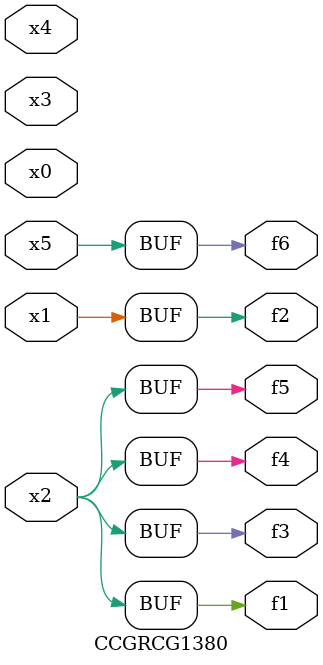
<source format=v>
module CCGRCG1380(
	input x0, x1, x2, x3, x4, x5,
	output f1, f2, f3, f4, f5, f6
);
	assign f1 = x2;
	assign f2 = x1;
	assign f3 = x2;
	assign f4 = x2;
	assign f5 = x2;
	assign f6 = x5;
endmodule

</source>
